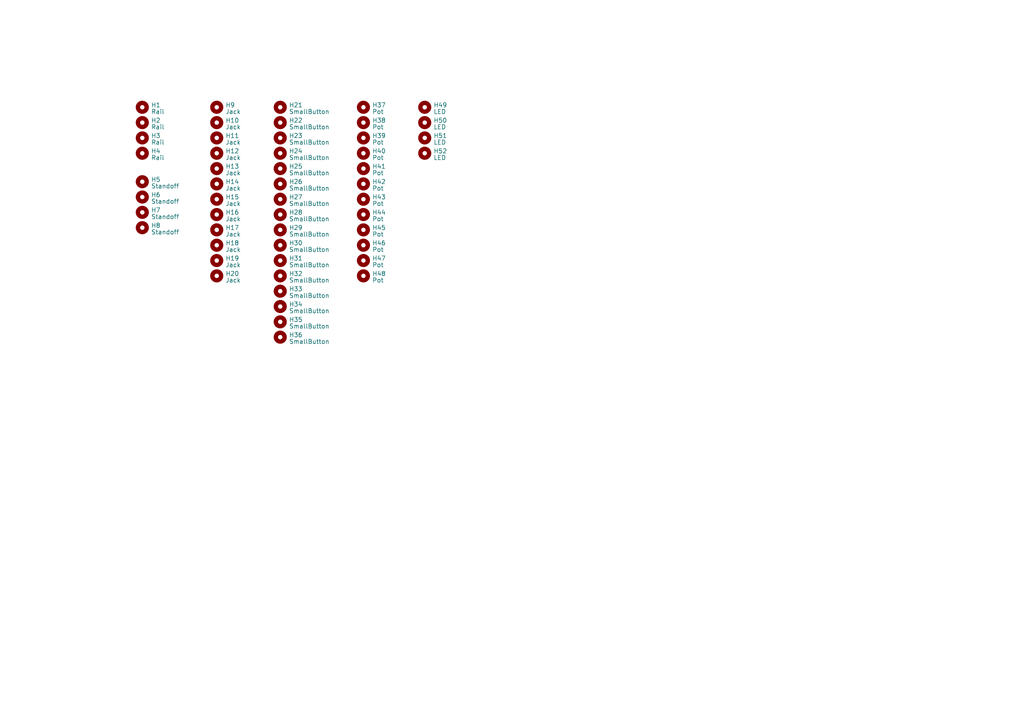
<source format=kicad_sch>
(kicad_sch (version 20230121) (generator eeschema)
  (paper "A4")
  (lib_symbols
    (symbol "Mechanical:MountingHole" (pin_names (offset 1.016))
      (property "Reference" "H" (at 0 5.08 0))
      (property "Value" "MountingHole" (at 0 3.175 0))
      (symbol "MountingHole_0_1"
        (circle (center 0 0) (radius 1.27) (stroke (width 1.27)))
      )
    )
  )
  (symbol (lib_id "Mechanical:MountingHole") (at 41.275 61.595 0) (unit 1)
    (property "Reference" "H7" (at 43.815 60.9513 0) (effects (justify left)))
    (property "Value" "Standoff" (at 43.815 62.8723 0) (effects (justify left)))
    (property "Footprint" "Panel:MountingHole_3.2mm_M3" (effects hide))
  )
  (symbol (lib_id "Mechanical:MountingHole") (at 105.41 35.56 0) (unit 1)
    (property "Reference" "H38" (at 107.95 34.9163 0) (effects (justify left)))
    (property "Value" "Pot" (at 107.95 36.8373 0) (effects (justify left)))
    (property "Footprint" "Panel:MountingHole_6.4mm_M6" (effects hide))
  )
  (symbol (lib_id "Mechanical:MountingHole") (at 81.28 88.9 0) (unit 1)
    (property "Reference" "H34" (at 83.82 88.2563 0) (effects (justify left)))
    (property "Value" "SmallButton" (at 83.82 90.1773 0) (effects (justify left)))
    (property "Footprint" "Panel:MountingHole_4.3mm_M4" (effects hide))
  )
  (symbol (lib_id "Mechanical:MountingHole") (at 41.275 52.705 0) (unit 1)
    (property "Reference" "H5" (at 43.815 52.0613 0) (effects (justify left)))
    (property "Value" "Standoff" (at 43.815 53.9823 0) (effects (justify left)))
    (property "Footprint" "Panel:MountingHole_3.2mm_M3" (effects hide))
  )
  (symbol (lib_id "Mechanical:MountingHole") (at 81.28 40.005 0) (unit 1)
    (property "Reference" "H23" (at 83.82 39.3613 0) (effects (justify left)))
    (property "Value" "SmallButton" (at 83.82 41.2823 0) (effects (justify left)))
    (property "Footprint" "Panel:MountingHole_4.3mm_M4" (effects hide))
  )
  (symbol (lib_id "Mechanical:MountingHole") (at 81.28 93.345 0) (unit 1)
    (property "Reference" "H35" (at 83.82 92.7013 0) (effects (justify left)))
    (property "Value" "SmallButton" (at 83.82 94.6223 0) (effects (justify left)))
    (property "Footprint" "Panel:MountingHole_4.3mm_M4" (effects hide))
  )
  (symbol (lib_id "Mechanical:MountingHole") (at 105.41 80.01 0) (unit 1)
    (property "Reference" "H48" (at 107.95 79.3663 0) (effects (justify left)))
    (property "Value" "Pot" (at 107.95 81.2873 0) (effects (justify left)))
    (property "Footprint" "Panel:MountingHole_6.4mm_M6" (effects hide))
  )
  (symbol (lib_id "Mechanical:MountingHole") (at 81.28 48.895 0) (unit 1)
    (property "Reference" "H25" (at 83.82 48.2513 0) (effects (justify left)))
    (property "Value" "SmallButton" (at 83.82 50.1723 0) (effects (justify left)))
    (property "Footprint" "Panel:MountingHole_4.3mm_M4" (effects hide))
  )
  (symbol (lib_id "Mechanical:MountingHole") (at 81.28 80.01 0) (unit 1)
    (property "Reference" "H32" (at 83.82 79.3663 0) (effects (justify left)))
    (property "Value" "SmallButton" (at 83.82 81.2873 0) (effects (justify left)))
    (property "Footprint" "Panel:MountingHole_4.3mm_M4" (effects hide))
  )
  (symbol (lib_id "Mechanical:MountingHole") (at 41.275 40.005 0) (unit 1)
    (property "Reference" "H3" (at 43.815 39.3613 0) (effects (justify left)))
    (property "Value" "Rail" (at 43.815 41.2823 0) (effects (justify left)))
    (property "Footprint" "Panel:MountingHole_3.2mm_M3" (effects hide))
  )
  (symbol (lib_id "Mechanical:MountingHole") (at 105.41 62.23 0) (unit 1)
    (property "Reference" "H44" (at 107.95 61.5863 0) (effects (justify left)))
    (property "Value" "Pot" (at 107.95 63.5073 0) (effects (justify left)))
    (property "Footprint" "Panel:MountingHole_6.4mm_M6" (effects hide))
  )
  (symbol (lib_id "Mechanical:MountingHole") (at 81.28 35.56 0) (unit 1)
    (property "Reference" "H22" (at 83.82 34.9163 0) (effects (justify left)))
    (property "Value" "SmallButton" (at 83.82 36.8373 0) (effects (justify left)))
    (property "Footprint" "Panel:MountingHole_4.3mm_M4" (effects hide))
  )
  (symbol (lib_id "Mechanical:MountingHole") (at 81.28 44.45 0) (unit 1)
    (property "Reference" "H24" (at 83.82 43.8063 0) (effects (justify left)))
    (property "Value" "SmallButton" (at 83.82 45.7273 0) (effects (justify left)))
    (property "Footprint" "Panel:MountingHole_4.3mm_M4" (effects hide))
  )
  (symbol (lib_id "Mechanical:MountingHole") (at 62.865 44.45 0) (unit 1)
    (property "Reference" "H12" (at 65.405 43.8063 0) (effects (justify left)))
    (property "Value" "Jack" (at 65.405 45.7273 0) (effects (justify left)))
    (property "Footprint" "Panel:MountingHole_6.4mm_M6" (effects hide))
  )
  (symbol (lib_id "Mechanical:MountingHole") (at 62.865 62.23 0) (unit 1)
    (property "Reference" "H16" (at 65.405 61.5863 0) (effects (justify left)))
    (property "Value" "Jack" (at 65.405 63.5073 0) (effects (justify left)))
    (property "Footprint" "Panel:MountingHole_6.4mm_M6" (effects hide))
  )
  (symbol (lib_id "Mechanical:MountingHole") (at 62.865 53.34 0) (unit 1)
    (property "Reference" "H14" (at 65.405 52.6963 0) (effects (justify left)))
    (property "Value" "Jack" (at 65.405 54.6173 0) (effects (justify left)))
    (property "Footprint" "Panel:MountingHole_6.4mm_M6" (effects hide))
  )
  (symbol (lib_id "Mechanical:MountingHole") (at 81.28 97.79 0) (unit 1)
    (property "Reference" "H36" (at 83.82 97.1463 0) (effects (justify left)))
    (property "Value" "SmallButton" (at 83.82 99.0673 0) (effects (justify left)))
    (property "Footprint" "Panel:MountingHole_4.3mm_M4" (effects hide))
  )
  (symbol (lib_id "Mechanical:MountingHole") (at 81.28 75.565 0) (unit 1)
    (property "Reference" "H31" (at 83.82 74.9213 0) (effects (justify left)))
    (property "Value" "SmallButton" (at 83.82 76.8423 0) (effects (justify left)))
    (property "Footprint" "Panel:MountingHole_4.3mm_M4" (effects hide))
  )
  (symbol (lib_id "Mechanical:MountingHole") (at 123.19 40.005 0) (unit 1)
    (property "Reference" "H51" (at 125.73 39.3613 0) (effects (justify left)))
    (property "Value" "LED" (at 125.73 41.2823 0) (effects (justify left)))
    (property "Footprint" "Panel:MountingHole_3.2mm_M3" (effects hide))
  )
  (symbol (lib_id "Mechanical:MountingHole") (at 81.28 62.23 0) (unit 1)
    (property "Reference" "H28" (at 83.82 61.5863 0) (effects (justify left)))
    (property "Value" "SmallButton" (at 83.82 63.5073 0) (effects (justify left)))
    (property "Footprint" "Panel:MountingHole_4.3mm_M4" (effects hide))
  )
  (symbol (lib_id "Mechanical:MountingHole") (at 105.41 57.785 0) (unit 1)
    (property "Reference" "H43" (at 107.95 57.1413 0) (effects (justify left)))
    (property "Value" "Pot" (at 107.95 59.0623 0) (effects (justify left)))
    (property "Footprint" "Panel:MountingHole_6.4mm_M6" (effects hide))
  )
  (symbol (lib_id "Mechanical:MountingHole") (at 105.41 48.895 0) (unit 1)
    (property "Reference" "H41" (at 107.95 48.2513 0) (effects (justify left)))
    (property "Value" "Pot" (at 107.95 50.1723 0) (effects (justify left)))
    (property "Footprint" "Panel:MountingHole_6.4mm_M6" (effects hide))
  )
  (symbol (lib_id "Mechanical:MountingHole") (at 81.28 57.785 0) (unit 1)
    (property "Reference" "H27" (at 83.82 57.1413 0) (effects (justify left)))
    (property "Value" "SmallButton" (at 83.82 59.0623 0) (effects (justify left)))
    (property "Footprint" "Panel:MountingHole_4.3mm_M4" (effects hide))
  )
  (symbol (lib_id "Mechanical:MountingHole") (at 105.41 31.115 0) (unit 1)
    (property "Reference" "H37" (at 107.95 30.4713 0) (effects (justify left)))
    (property "Value" "Pot" (at 107.95 32.3923 0) (effects (justify left)))
    (property "Footprint" "Panel:MountingHole_6.4mm_M6" (effects hide))
  )
  (symbol (lib_id "Mechanical:MountingHole") (at 123.19 44.45 0) (unit 1)
    (property "Reference" "H52" (at 125.73 43.8063 0) (effects (justify left)))
    (property "Value" "LED" (at 125.73 45.7273 0) (effects (justify left)))
    (property "Footprint" "Panel:MountingHole_3.2mm_M3" (effects hide))
  )
  (symbol (lib_id "Mechanical:MountingHole") (at 62.865 31.115 0) (unit 1)
    (property "Reference" "H9" (at 65.405 30.4713 0) (effects (justify left)))
    (property "Value" "Jack" (at 65.405 32.3923 0) (effects (justify left)))
    (property "Footprint" "Panel:MountingHole_6.4mm_M6" (effects hide))
  )
  (symbol (lib_id "Mechanical:MountingHole") (at 41.275 66.04 0) (unit 1)
    (property "Reference" "H8" (at 43.815 65.3963 0) (effects (justify left)))
    (property "Value" "Standoff" (at 43.815 67.3173 0) (effects (justify left)))
    (property "Footprint" "Panel:MountingHole_3.2mm_M3" (effects hide))
  )
  (symbol (lib_id "Mechanical:MountingHole") (at 123.19 35.56 0) (unit 1)
    (property "Reference" "H50" (at 125.73 34.9163 0) (effects (justify left)))
    (property "Value" "LED" (at 125.73 36.8373 0) (effects (justify left)))
    (property "Footprint" "Panel:MountingHole_3.2mm_M3" (effects hide))
  )
  (symbol (lib_id "Mechanical:MountingHole") (at 81.28 66.675 0) (unit 1)
    (property "Reference" "H29" (at 83.82 66.0313 0) (effects (justify left)))
    (property "Value" "SmallButton" (at 83.82 67.9523 0) (effects (justify left)))
    (property "Footprint" "Panel:MountingHole_4.3mm_M4" (effects hide))
  )
  (symbol (lib_id "Mechanical:MountingHole") (at 105.41 44.45 0) (unit 1)
    (property "Reference" "H40" (at 107.95 43.8063 0) (effects (justify left)))
    (property "Value" "Pot" (at 107.95 45.7273 0) (effects (justify left)))
    (property "Footprint" "Panel:MountingHole_6.4mm_M6" (effects hide))
  )
  (symbol (lib_id "Mechanical:MountingHole") (at 62.865 80.01 0) (unit 1)
    (property "Reference" "H20" (at 65.405 79.3663 0) (effects (justify left)))
    (property "Value" "Jack" (at 65.405 81.2873 0) (effects (justify left)))
    (property "Footprint" "Panel:MountingHole_6.4mm_M6" (effects hide))
  )
  (symbol (lib_id "Mechanical:MountingHole") (at 41.275 35.56 0) (unit 1)
    (property "Reference" "H2" (at 43.815 34.9163 0) (effects (justify left)))
    (property "Value" "Rail" (at 43.815 36.8373 0) (effects (justify left)))
    (property "Footprint" "Panel:MountingHole_3.2mm_M3" (effects hide))
  )
  (symbol (lib_id "Mechanical:MountingHole") (at 81.28 53.34 0) (unit 1)
    (property "Reference" "H26" (at 83.82 52.6963 0) (effects (justify left)))
    (property "Value" "SmallButton" (at 83.82 54.6173 0) (effects (justify left)))
    (property "Footprint" "Panel:MountingHole_4.3mm_M4" (effects hide))
  )
  (symbol (lib_id "Mechanical:MountingHole") (at 105.41 71.12 0) (unit 1)
    (property "Reference" "H46" (at 107.95 70.4763 0) (effects (justify left)))
    (property "Value" "Pot" (at 107.95 72.3973 0) (effects (justify left)))
    (property "Footprint" "Panel:MountingHole_6.4mm_M6" (effects hide))
  )
  (symbol (lib_id "Mechanical:MountingHole") (at 62.865 71.12 0) (unit 1)
    (property "Reference" "H18" (at 65.405 70.4763 0) (effects (justify left)))
    (property "Value" "Jack" (at 65.405 72.3973 0) (effects (justify left)))
    (property "Footprint" "Panel:MountingHole_6.4mm_M6" (effects hide))
  )
  (symbol (lib_id "Mechanical:MountingHole") (at 105.41 53.34 0) (unit 1)
    (property "Reference" "H42" (at 107.95 52.6963 0) (effects (justify left)))
    (property "Value" "Pot" (at 107.95 54.6173 0) (effects (justify left)))
    (property "Footprint" "Panel:MountingHole_6.4mm_M6" (effects hide))
  )
  (symbol (lib_id "Mechanical:MountingHole") (at 62.865 40.005 0) (unit 1)
    (property "Reference" "H11" (at 65.405 39.3613 0) (effects (justify left)))
    (property "Value" "Jack" (at 65.405 41.2823 0) (effects (justify left)))
    (property "Footprint" "Panel:MountingHole_6.4mm_M6" (effects hide))
  )
  (symbol (lib_id "Mechanical:MountingHole") (at 62.865 35.56 0) (unit 1)
    (property "Reference" "H10" (at 65.405 34.9163 0) (effects (justify left)))
    (property "Value" "Jack" (at 65.405 36.8373 0) (effects (justify left)))
    (property "Footprint" "Panel:MountingHole_6.4mm_M6" (effects hide))
  )
  (symbol (lib_id "Mechanical:MountingHole") (at 81.28 71.12 0) (unit 1)
    (property "Reference" "H30" (at 83.82 70.4763 0) (effects (justify left)))
    (property "Value" "SmallButton" (at 83.82 72.3973 0) (effects (justify left)))
    (property "Footprint" "Panel:MountingHole_4.3mm_M4" (effects hide))
  )
  (symbol (lib_id "Mechanical:MountingHole") (at 123.19 31.115 0) (unit 1)
    (property "Reference" "H49" (at 125.73 30.4713 0) (effects (justify left)))
    (property "Value" "LED" (at 125.73 32.3923 0) (effects (justify left)))
    (property "Footprint" "Panel:MountingHole_3.2mm_M3" (effects hide))
  )
  (symbol (lib_id "Mechanical:MountingHole") (at 62.865 75.565 0) (unit 1)
    (property "Reference" "H19" (at 65.405 74.9213 0) (effects (justify left)))
    (property "Value" "Jack" (at 65.405 76.8423 0) (effects (justify left)))
    (property "Footprint" "Panel:MountingHole_6.4mm_M6" (effects hide))
  )
  (symbol (lib_id "Mechanical:MountingHole") (at 41.275 31.115 0) (unit 1)
    (property "Reference" "H1" (at 43.815 30.4713 0) (effects (justify left)))
    (property "Value" "Rail" (at 43.815 32.3923 0) (effects (justify left)))
    (property "Footprint" "Panel:MountingHole_3.2mm_M3" (effects hide))
  )
  (symbol (lib_id "Mechanical:MountingHole") (at 62.865 57.785 0) (unit 1)
    (property "Reference" "H15" (at 65.405 57.1413 0) (effects (justify left)))
    (property "Value" "Jack" (at 65.405 59.0623 0) (effects (justify left)))
    (property "Footprint" "Panel:MountingHole_6.4mm_M6" (effects hide))
  )
  (symbol (lib_id "Mechanical:MountingHole") (at 105.41 40.005 0) (unit 1)
    (property "Reference" "H39" (at 107.95 39.3613 0) (effects (justify left)))
    (property "Value" "Pot" (at 107.95 41.2823 0) (effects (justify left)))
    (property "Footprint" "Panel:MountingHole_6.4mm_M6" (effects hide))
  )
  (symbol (lib_id "Mechanical:MountingHole") (at 81.28 84.455 0) (unit 1)
    (property "Reference" "H33" (at 83.82 83.8113 0) (effects (justify left)))
    (property "Value" "SmallButton" (at 83.82 85.7323 0) (effects (justify left)))
    (property "Footprint" "Panel:MountingHole_4.3mm_M4" (effects hide))
  )
  (symbol (lib_id "Mechanical:MountingHole") (at 41.275 57.15 0) (unit 1)
    (property "Reference" "H6" (at 43.815 56.5063 0) (effects (justify left)))
    (property "Value" "Standoff" (at 43.815 58.4273 0) (effects (justify left)))
    (property "Footprint" "Panel:MountingHole_3.2mm_M3" (effects hide))
  )
  (symbol (lib_id "Mechanical:MountingHole") (at 41.275 44.45 0) (unit 1)
    (property "Reference" "H4" (at 43.815 43.8063 0) (effects (justify left)))
    (property "Value" "Rail" (at 43.815 45.7273 0) (effects (justify left)))
    (property "Footprint" "Panel:MountingHole_3.2mm_M3" (effects hide))
  )
  (symbol (lib_id "Mechanical:MountingHole") (at 105.41 66.675 0) (unit 1)
    (property "Reference" "H45" (at 107.95 66.0313 0) (effects (justify left)))
    (property "Value" "Pot" (at 107.95 67.9523 0) (effects (justify left)))
    (property "Footprint" "Panel:MountingHole_6.4mm_M6" (effects hide))
  )
  (symbol (lib_id "Mechanical:MountingHole") (at 105.41 75.565 0) (unit 1)
    (property "Reference" "H47" (at 107.95 74.9213 0) (effects (justify left)))
    (property "Value" "Pot" (at 107.95 76.8423 0) (effects (justify left)))
    (property "Footprint" "Panel:MountingHole_6.4mm_M6" (effects hide))
  )
  (symbol (lib_id "Mechanical:MountingHole") (at 62.865 66.675 0) (unit 1)
    (property "Reference" "H17" (at 65.405 66.0313 0) (effects (justify left)))
    (property "Value" "Jack" (at 65.405 67.9523 0) (effects (justify left)))
    (property "Footprint" "Panel:MountingHole_6.4mm_M6" (effects hide))
  )
  (symbol (lib_id "Mechanical:MountingHole") (at 62.865 48.895 0) (unit 1)
    (property "Reference" "H13" (at 65.405 48.2513 0) (effects (justify left)))
    (property "Value" "Jack" (at 65.405 50.1723 0) (effects (justify left)))
    (property "Footprint" "Panel:MountingHole_6.4mm_M6" (effects hide))
  )
  (symbol (lib_id "Mechanical:MountingHole") (at 81.28 31.115 0) (unit 1)
    (property "Reference" "H21" (at 83.82 30.4713 0) (effects (justify left)))
    (property "Value" "SmallButton" (at 83.82 32.3923 0) (effects (justify left)))
    (property "Footprint" "Panel:MountingHole_4.3mm_M4" (effects hide))
  )
)
</source>
